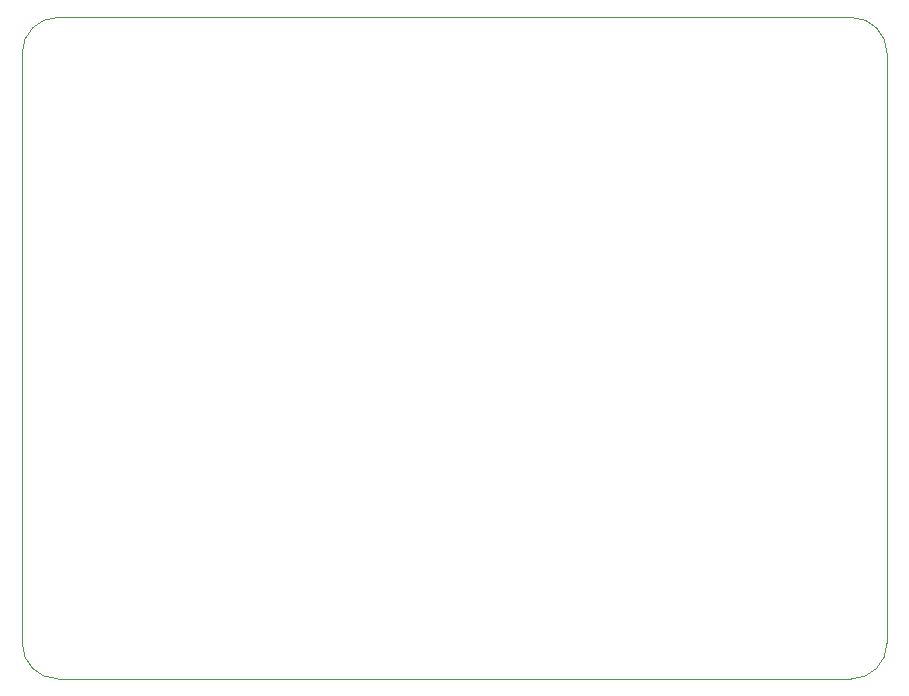
<source format=gm1>
%TF.GenerationSoftware,KiCad,Pcbnew,8.0.3-8.0.3-0~ubuntu23.10.1*%
%TF.CreationDate,2025-08-07T11:45:47-04:00*%
%TF.ProjectId,28mhz_new,32386d68-7a5f-46e6-9577-2e6b69636164,rev?*%
%TF.SameCoordinates,Original*%
%TF.FileFunction,Profile,NP*%
%FSLAX46Y46*%
G04 Gerber Fmt 4.6, Leading zero omitted, Abs format (unit mm)*
G04 Created by KiCad (PCBNEW 8.0.3-8.0.3-0~ubuntu23.10.1) date 2025-08-07 11:45:47*
%MOMM*%
%LPD*%
G01*
G04 APERTURE LIST*
%TA.AperFunction,Profile*%
%ADD10C,0.100000*%
%TD*%
G04 APERTURE END LIST*
D10*
X66750000Y-118000000D02*
G75*
G02*
X63750000Y-115000000I1J3000001D01*
G01*
X63750000Y-65000000D02*
G75*
G02*
X66750000Y-62000000I3000001J-1D01*
G01*
X66750000Y-118000000D02*
X133958000Y-118000000D01*
X136958000Y-115000000D02*
X136958000Y-65000000D01*
X136958000Y-115000000D02*
G75*
G02*
X133958000Y-118000000I-3000001J1D01*
G01*
X133958000Y-62000000D02*
X66750000Y-62000000D01*
X133958000Y-62000000D02*
G75*
G02*
X136958000Y-65000000I-1J-3000001D01*
G01*
X63750000Y-65000000D02*
X63750000Y-115000000D01*
M02*

</source>
